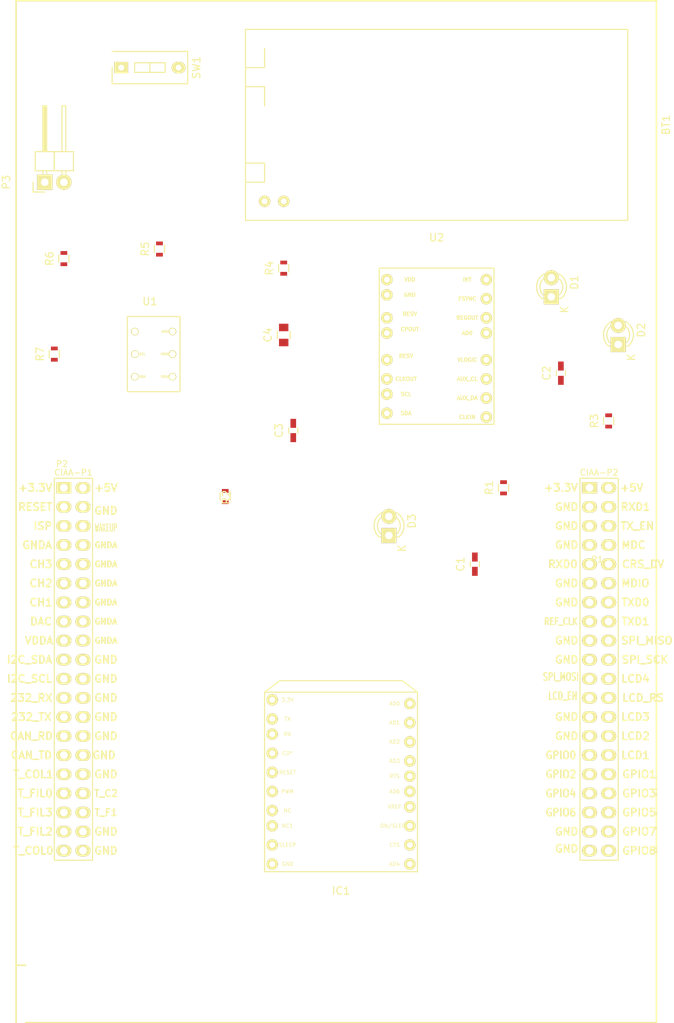
<source format=kicad_pcb>
(kicad_pcb (version 4) (host pcbnew 4.0.2-stable)

  (general
    (links 50)
    (no_connects 50)
    (area 0 0 0 0)
    (thickness 1.6)
    (drawings 5)
    (tracks 0)
    (zones 0)
    (modules 22)
    (nets 107)
  )

  (page A4)
  (layers
    (0 F.Cu signal)
    (31 B.Cu signal)
    (32 B.Adhes user)
    (33 F.Adhes user)
    (34 B.Paste user)
    (35 F.Paste user)
    (36 B.SilkS user)
    (37 F.SilkS user)
    (38 B.Mask user)
    (39 F.Mask user)
    (40 Dwgs.User user)
    (41 Cmts.User user)
    (42 Eco1.User user)
    (43 Eco2.User user)
    (44 Edge.Cuts user)
    (45 Margin user)
    (46 B.CrtYd user)
    (47 F.CrtYd user)
    (48 B.Fab user)
    (49 F.Fab user)
  )

  (setup
    (last_trace_width 0.25)
    (trace_clearance 0.2)
    (zone_clearance 0.508)
    (zone_45_only no)
    (trace_min 0.2)
    (segment_width 0.2)
    (edge_width 0.1)
    (via_size 0.6)
    (via_drill 0.4)
    (via_min_size 0.4)
    (via_min_drill 0.3)
    (uvia_size 0.3)
    (uvia_drill 0.1)
    (uvias_allowed no)
    (uvia_min_size 0.2)
    (uvia_min_drill 0.1)
    (pcb_text_width 0.3)
    (pcb_text_size 1.5 1.5)
    (mod_edge_width 0.15)
    (mod_text_size 1 1)
    (mod_text_width 0.15)
    (pad_size 1.5 1.5)
    (pad_drill 0.6)
    (pad_to_mask_clearance 0)
    (aux_axis_origin 0 0)
    (visible_elements FFFFFF7F)
    (pcbplotparams
      (layerselection 0x00030_80000001)
      (usegerberextensions false)
      (excludeedgelayer true)
      (linewidth 0.100000)
      (plotframeref false)
      (viasonmask false)
      (mode 1)
      (useauxorigin false)
      (hpglpennumber 1)
      (hpglpenspeed 20)
      (hpglpendiameter 15)
      (hpglpenoverlay 2)
      (psnegative false)
      (psa4output false)
      (plotreference true)
      (plotvalue true)
      (plotinvisibletext false)
      (padsonsilk false)
      (subtractmaskfromsilk false)
      (outputformat 1)
      (mirror false)
      (drillshape 1)
      (scaleselection 1)
      (outputdirectory ""))
  )

  (net 0 "")
  (net 1 "Net-(BT1-Pad1)")
  (net 2 GND)
  (net 3 +3V3)
  (net 4 "Net-(C2-Pad1)")
  (net 5 "Net-(C4-Pad2)")
  (net 6 "Net-(D1-Pad2)")
  (net 7 "Net-(D2-Pad2)")
  (net 8 "Net-(D3-Pad2)")
  (net 9 "Net-(IC1-Pad2)")
  (net 10 "Net-(IC1-Pad3)")
  (net 11 "Net-(IC1-Pad4)")
  (net 12 "Net-(IC1-Pad5)")
  (net 13 "Net-(IC1-Pad6)")
  (net 14 "Net-(IC1-Pad7)")
  (net 15 "Net-(IC1-Pad8)")
  (net 16 "Net-(IC1-Pad9)")
  (net 17 "Net-(IC1-Pad12)")
  (net 18 "Net-(IC1-Pad13)")
  (net 19 "Net-(IC1-Pad15)")
  (net 20 "Net-(IC1-Pad16)")
  (net 21 "Net-(IC1-Pad17)")
  (net 22 "Net-(IC1-Pad18)")
  (net 23 "Net-(IC1-Pad19)")
  (net 24 "Net-(IC1-Pad20)")
  (net 25 +5V)
  (net 26 "Net-(P1-Pad43)")
  (net 27 "Net-(P1-Pad44)")
  (net 28 "Net-(P1-Pad45)")
  (net 29 "Net-(P1-Pad46)")
  (net 30 "Net-(P1-Pad47)")
  (net 31 "Net-(P1-Pad48)")
  (net 32 "Net-(P1-Pad49)")
  (net 33 "Net-(P1-Pad50)")
  (net 34 "Net-(P1-Pad51)")
  (net 35 "Net-(P1-Pad52)")
  (net 36 "Net-(P1-Pad53)")
  (net 37 "Net-(P1-Pad54)")
  (net 38 "Net-(P1-Pad55)")
  (net 39 "Net-(P1-Pad56)")
  (net 40 "Net-(P1-Pad57)")
  (net 41 "Net-(P1-Pad58)")
  (net 42 "Net-(P1-Pad59)")
  (net 43 "Net-(P1-Pad60)")
  (net 44 "Net-(P1-Pad61)")
  (net 45 "Net-(P1-Pad62)")
  (net 46 "Net-(P1-Pad63)")
  (net 47 "Net-(P1-Pad64)")
  (net 48 "Net-(P1-Pad65)")
  (net 49 "Net-(P1-Pad66)")
  (net 50 "Net-(P1-Pad67)")
  (net 51 "Net-(P1-Pad68)")
  (net 52 "Net-(P1-Pad69)")
  (net 53 "Net-(P1-Pad70)")
  (net 54 "Net-(P1-Pad71)")
  (net 55 "Net-(P1-Pad72)")
  (net 56 "Net-(P1-Pad73)")
  (net 57 "Net-(P1-Pad74)")
  (net 58 "Net-(P1-Pad75)")
  (net 59 "Net-(P1-Pad77)")
  (net 60 /SENSORES/INT_MPU)
  (net 61 "Net-(P1-Pad79)")
  (net 62 /SENSORES/AD0_MPU)
  (net 63 "Net-(P2-Pad1)")
  (net 64 "Net-(P2-Pad2)")
  (net 65 "Net-(P2-Pad11)")
  (net 66 "Net-(P2-Pad4)")
  (net 67 "Net-(P2-Pad13)")
  (net 68 "Net-(P2-Pad6)")
  (net 69 "Net-(P2-Pad15)")
  (net 70 "Net-(P2-Pad8)")
  (net 71 "Net-(P2-Pad17)")
  (net 72 "Net-(P2-Pad10)")
  (net 73 /SENSORES/SDA_BMP)
  (net 74 "Net-(P2-Pad12)")
  (net 75 /SENSORES/SCL_BMP)
  (net 76 "Net-(P2-Pad14)")
  (net 77 "Net-(P2-Pad16)")
  (net 78 "Net-(P2-Pad18)")
  (net 79 "Net-(P2-Pad27)")
  (net 80 "Net-(P2-Pad20)")
  (net 81 "Net-(P2-Pad29)")
  (net 82 "Net-(P2-Pad22)")
  (net 83 "Net-(P2-Pad31)")
  (net 84 "Net-(P2-Pad24)")
  (net 85 "Net-(P2-Pad26)")
  (net 86 "Net-(P2-Pad33)")
  (net 87 "Net-(P2-Pad28)")
  (net 88 "Net-(P2-Pad32)")
  (net 89 "Net-(P2-Pad34)")
  (net 90 "Net-(P2-Pad36)")
  (net 91 "Net-(P2-Pad35)")
  (net 92 "Net-(P2-Pad37)")
  (net 93 "Net-(P2-Pad3)")
  (net 94 "Net-(P2-Pad5)")
  (net 95 "Net-(P2-Pad7)")
  (net 96 "Net-(P2-Pad9)")
  (net 97 "Net-(P2-Pad39)")
  (net 98 "Net-(P2-Pad30)")
  (net 99 "Net-(P3-Pad1)")
  (net 100 "Net-(U1-Pad2)")
  (net 101 "Net-(U1-Pad5)")
  (net 102 /SENSORES/XDA)
  (net 103 /SENSORES/XCL)
  (net 104 "Net-(U2-Pad11)")
  (net 105 "Net-(U2-Pad13)")
  (net 106 "Net-(U2-Pad14)")

  (net_class Default "Esta es la clase de red por defecto."
    (clearance 0.2)
    (trace_width 0.25)
    (via_dia 0.6)
    (via_drill 0.4)
    (uvia_dia 0.3)
    (uvia_drill 0.1)
    (add_net +3V3)
    (add_net +5V)
    (add_net /SENSORES/AD0_MPU)
    (add_net /SENSORES/INT_MPU)
    (add_net /SENSORES/SCL_BMP)
    (add_net /SENSORES/SDA_BMP)
    (add_net /SENSORES/XCL)
    (add_net /SENSORES/XDA)
    (add_net GND)
    (add_net "Net-(BT1-Pad1)")
    (add_net "Net-(C2-Pad1)")
    (add_net "Net-(C4-Pad2)")
    (add_net "Net-(D1-Pad2)")
    (add_net "Net-(D2-Pad2)")
    (add_net "Net-(D3-Pad2)")
    (add_net "Net-(IC1-Pad12)")
    (add_net "Net-(IC1-Pad13)")
    (add_net "Net-(IC1-Pad15)")
    (add_net "Net-(IC1-Pad16)")
    (add_net "Net-(IC1-Pad17)")
    (add_net "Net-(IC1-Pad18)")
    (add_net "Net-(IC1-Pad19)")
    (add_net "Net-(IC1-Pad2)")
    (add_net "Net-(IC1-Pad20)")
    (add_net "Net-(IC1-Pad3)")
    (add_net "Net-(IC1-Pad4)")
    (add_net "Net-(IC1-Pad5)")
    (add_net "Net-(IC1-Pad6)")
    (add_net "Net-(IC1-Pad7)")
    (add_net "Net-(IC1-Pad8)")
    (add_net "Net-(IC1-Pad9)")
    (add_net "Net-(P1-Pad43)")
    (add_net "Net-(P1-Pad44)")
    (add_net "Net-(P1-Pad45)")
    (add_net "Net-(P1-Pad46)")
    (add_net "Net-(P1-Pad47)")
    (add_net "Net-(P1-Pad48)")
    (add_net "Net-(P1-Pad49)")
    (add_net "Net-(P1-Pad50)")
    (add_net "Net-(P1-Pad51)")
    (add_net "Net-(P1-Pad52)")
    (add_net "Net-(P1-Pad53)")
    (add_net "Net-(P1-Pad54)")
    (add_net "Net-(P1-Pad55)")
    (add_net "Net-(P1-Pad56)")
    (add_net "Net-(P1-Pad57)")
    (add_net "Net-(P1-Pad58)")
    (add_net "Net-(P1-Pad59)")
    (add_net "Net-(P1-Pad60)")
    (add_net "Net-(P1-Pad61)")
    (add_net "Net-(P1-Pad62)")
    (add_net "Net-(P1-Pad63)")
    (add_net "Net-(P1-Pad64)")
    (add_net "Net-(P1-Pad65)")
    (add_net "Net-(P1-Pad66)")
    (add_net "Net-(P1-Pad67)")
    (add_net "Net-(P1-Pad68)")
    (add_net "Net-(P1-Pad69)")
    (add_net "Net-(P1-Pad70)")
    (add_net "Net-(P1-Pad71)")
    (add_net "Net-(P1-Pad72)")
    (add_net "Net-(P1-Pad73)")
    (add_net "Net-(P1-Pad74)")
    (add_net "Net-(P1-Pad75)")
    (add_net "Net-(P1-Pad77)")
    (add_net "Net-(P1-Pad79)")
    (add_net "Net-(P2-Pad1)")
    (add_net "Net-(P2-Pad10)")
    (add_net "Net-(P2-Pad11)")
    (add_net "Net-(P2-Pad12)")
    (add_net "Net-(P2-Pad13)")
    (add_net "Net-(P2-Pad14)")
    (add_net "Net-(P2-Pad15)")
    (add_net "Net-(P2-Pad16)")
    (add_net "Net-(P2-Pad17)")
    (add_net "Net-(P2-Pad18)")
    (add_net "Net-(P2-Pad2)")
    (add_net "Net-(P2-Pad20)")
    (add_net "Net-(P2-Pad22)")
    (add_net "Net-(P2-Pad24)")
    (add_net "Net-(P2-Pad26)")
    (add_net "Net-(P2-Pad27)")
    (add_net "Net-(P2-Pad28)")
    (add_net "Net-(P2-Pad29)")
    (add_net "Net-(P2-Pad3)")
    (add_net "Net-(P2-Pad30)")
    (add_net "Net-(P2-Pad31)")
    (add_net "Net-(P2-Pad32)")
    (add_net "Net-(P2-Pad33)")
    (add_net "Net-(P2-Pad34)")
    (add_net "Net-(P2-Pad35)")
    (add_net "Net-(P2-Pad36)")
    (add_net "Net-(P2-Pad37)")
    (add_net "Net-(P2-Pad39)")
    (add_net "Net-(P2-Pad4)")
    (add_net "Net-(P2-Pad5)")
    (add_net "Net-(P2-Pad6)")
    (add_net "Net-(P2-Pad7)")
    (add_net "Net-(P2-Pad8)")
    (add_net "Net-(P2-Pad9)")
    (add_net "Net-(P3-Pad1)")
    (add_net "Net-(U1-Pad2)")
    (add_net "Net-(U1-Pad5)")
    (add_net "Net-(U2-Pad11)")
    (add_net "Net-(U2-Pad13)")
    (add_net "Net-(U2-Pad14)")
  )

  (module ACEL:bat_con (layer F.Cu) (tedit 57C72CCC) (tstamp 57C78F9A)
    (at 77.47 60.96 90)
    (path /57B9D022)
    (fp_text reference BT1 (at 0 30.48 90) (layer F.SilkS)
      (effects (font (size 1 1) (thickness 0.15)))
    )
    (fp_text value 9V (at 0 -27.94 90) (layer F.Fab)
      (effects (font (size 1 1) (thickness 0.15)))
    )
    (fp_line (start 7.62 -25.4) (end 7.62 -22.86) (layer F.SilkS) (width 0.15))
    (fp_line (start 7.62 -22.86) (end 10.16 -22.86) (layer F.SilkS) (width 0.15))
    (fp_line (start 5.08 -25.4) (end 5.08 -22.86) (layer F.SilkS) (width 0.15))
    (fp_line (start 5.08 -22.86) (end 2.54 -22.86) (layer F.SilkS) (width 0.15))
    (fp_line (start -7.62 -25.4) (end -7.62 -22.86) (layer F.SilkS) (width 0.15))
    (fp_line (start -7.62 -22.86) (end -5.08 -22.86) (layer F.SilkS) (width 0.15))
    (fp_line (start -5.08 -22.86) (end -5.08 -25.4) (layer F.SilkS) (width 0.15))
    (fp_line (start -12.7 -25.4) (end 12.7 -25.4) (layer F.SilkS) (width 0.15))
    (fp_line (start 12.7 -25.4) (end 12.7 25.4) (layer F.SilkS) (width 0.15))
    (fp_line (start 12.7 25.4) (end -12.7 25.4) (layer F.SilkS) (width 0.15))
    (fp_line (start -12.7 25.4) (end -12.7 -25.4) (layer F.SilkS) (width 0.15))
    (pad 1 thru_hole circle (at -10.16 -22.86 90) (size 1.524 1.524) (drill 0.762) (layers *.Cu *.Mask F.SilkS)
      (net 1 "Net-(BT1-Pad1)"))
    (pad 2 thru_hole circle (at -10.16 -20.32 90) (size 1.524 1.524) (drill 0.762) (layers *.Cu *.Mask F.SilkS)
      (net 2 GND))
  )

  (module c:C_0603_HandSoldering (layer F.Cu) (tedit 541A9B4D) (tstamp 57C78FA0)
    (at 82.55 119.38 90)
    (descr "Capacitor SMD 0603, hand soldering")
    (tags "capacitor 0603")
    (path /5782C6E4/5785D4F4)
    (attr smd)
    (fp_text reference C1 (at 0 -1.9 90) (layer F.SilkS)
      (effects (font (size 1 1) (thickness 0.15)))
    )
    (fp_text value 0.1uf (at 0 1.9 90) (layer F.Fab)
      (effects (font (size 1 1) (thickness 0.15)))
    )
    (fp_line (start -1.85 -0.75) (end 1.85 -0.75) (layer F.CrtYd) (width 0.05))
    (fp_line (start -1.85 0.75) (end 1.85 0.75) (layer F.CrtYd) (width 0.05))
    (fp_line (start -1.85 -0.75) (end -1.85 0.75) (layer F.CrtYd) (width 0.05))
    (fp_line (start 1.85 -0.75) (end 1.85 0.75) (layer F.CrtYd) (width 0.05))
    (fp_line (start -0.35 -0.6) (end 0.35 -0.6) (layer F.SilkS) (width 0.15))
    (fp_line (start 0.35 0.6) (end -0.35 0.6) (layer F.SilkS) (width 0.15))
    (pad 1 smd rect (at -0.95 0 90) (size 1.2 0.75) (layers F.Cu F.Paste F.Mask)
      (net 3 +3V3))
    (pad 2 smd rect (at 0.95 0 90) (size 1.2 0.75) (layers F.Cu F.Paste F.Mask)
      (net 2 GND))
    (model Capacitors_SMD.3dshapes/C_0603_HandSoldering.wrl
      (at (xyz 0 0 0))
      (scale (xyz 1 1 1))
      (rotate (xyz 0 0 0))
    )
  )

  (module c:C_0603_HandSoldering (layer F.Cu) (tedit 541A9B4D) (tstamp 57C78FA6)
    (at 93.98 93.98 90)
    (descr "Capacitor SMD 0603, hand soldering")
    (tags "capacitor 0603")
    (path /5782C6E4/5785DAC0)
    (attr smd)
    (fp_text reference C2 (at 0 -1.9 90) (layer F.SilkS)
      (effects (font (size 1 1) (thickness 0.15)))
    )
    (fp_text value 0.1uf (at 0 1.9 90) (layer F.Fab)
      (effects (font (size 1 1) (thickness 0.15)))
    )
    (fp_line (start -1.85 -0.75) (end 1.85 -0.75) (layer F.CrtYd) (width 0.05))
    (fp_line (start -1.85 0.75) (end 1.85 0.75) (layer F.CrtYd) (width 0.05))
    (fp_line (start -1.85 -0.75) (end -1.85 0.75) (layer F.CrtYd) (width 0.05))
    (fp_line (start 1.85 -0.75) (end 1.85 0.75) (layer F.CrtYd) (width 0.05))
    (fp_line (start -0.35 -0.6) (end 0.35 -0.6) (layer F.SilkS) (width 0.15))
    (fp_line (start 0.35 0.6) (end -0.35 0.6) (layer F.SilkS) (width 0.15))
    (pad 1 smd rect (at -0.95 0 90) (size 1.2 0.75) (layers F.Cu F.Paste F.Mask)
      (net 4 "Net-(C2-Pad1)"))
    (pad 2 smd rect (at 0.95 0 90) (size 1.2 0.75) (layers F.Cu F.Paste F.Mask)
      (net 2 GND))
    (model Capacitors_SMD.3dshapes/C_0603_HandSoldering.wrl
      (at (xyz 0 0 0))
      (scale (xyz 1 1 1))
      (rotate (xyz 0 0 0))
    )
  )

  (module c:C_0603_HandSoldering (layer F.Cu) (tedit 541A9B4D) (tstamp 57C78FAC)
    (at 58.42 101.6 90)
    (descr "Capacitor SMD 0603, hand soldering")
    (tags "capacitor 0603")
    (path /5782C6E4/5785A6FF)
    (attr smd)
    (fp_text reference C3 (at 0 -1.9 90) (layer F.SilkS)
      (effects (font (size 1 1) (thickness 0.15)))
    )
    (fp_text value 0.1uf (at 0 1.9 90) (layer F.Fab)
      (effects (font (size 1 1) (thickness 0.15)))
    )
    (fp_line (start -1.85 -0.75) (end 1.85 -0.75) (layer F.CrtYd) (width 0.05))
    (fp_line (start -1.85 0.75) (end 1.85 0.75) (layer F.CrtYd) (width 0.05))
    (fp_line (start -1.85 -0.75) (end -1.85 0.75) (layer F.CrtYd) (width 0.05))
    (fp_line (start 1.85 -0.75) (end 1.85 0.75) (layer F.CrtYd) (width 0.05))
    (fp_line (start -0.35 -0.6) (end 0.35 -0.6) (layer F.SilkS) (width 0.15))
    (fp_line (start 0.35 0.6) (end -0.35 0.6) (layer F.SilkS) (width 0.15))
    (pad 1 smd rect (at -0.95 0 90) (size 1.2 0.75) (layers F.Cu F.Paste F.Mask)
      (net 3 +3V3))
    (pad 2 smd rect (at 0.95 0 90) (size 1.2 0.75) (layers F.Cu F.Paste F.Mask)
      (net 2 GND))
    (model Capacitors_SMD.3dshapes/C_0603_HandSoldering.wrl
      (at (xyz 0 0 0))
      (scale (xyz 1 1 1))
      (rotate (xyz 0 0 0))
    )
  )

  (module c:C_0805 (layer F.Cu) (tedit 5415D6EA) (tstamp 57C78FB2)
    (at 57.15 88.9 90)
    (descr "Capacitor SMD 0805, reflow soldering, AVX (see smccp.pdf)")
    (tags "capacitor 0805")
    (path /5782C6E4/5785A4E5)
    (attr smd)
    (fp_text reference C4 (at 0 -2.1 90) (layer F.SilkS)
      (effects (font (size 1 1) (thickness 0.15)))
    )
    (fp_text value 2200PF (at 0 2.1 90) (layer F.Fab)
      (effects (font (size 1 1) (thickness 0.15)))
    )
    (fp_line (start -1.8 -1) (end 1.8 -1) (layer F.CrtYd) (width 0.05))
    (fp_line (start -1.8 1) (end 1.8 1) (layer F.CrtYd) (width 0.05))
    (fp_line (start -1.8 -1) (end -1.8 1) (layer F.CrtYd) (width 0.05))
    (fp_line (start 1.8 -1) (end 1.8 1) (layer F.CrtYd) (width 0.05))
    (fp_line (start 0.5 -0.85) (end -0.5 -0.85) (layer F.SilkS) (width 0.15))
    (fp_line (start -0.5 0.85) (end 0.5 0.85) (layer F.SilkS) (width 0.15))
    (pad 1 smd rect (at -1 0 90) (size 1 1.25) (layers F.Cu F.Paste F.Mask)
      (net 2 GND))
    (pad 2 smd rect (at 1 0 90) (size 1 1.25) (layers F.Cu F.Paste F.Mask)
      (net 5 "Net-(C4-Pad2)"))
    (model Capacitors_SMD.3dshapes/C_0805.wrl
      (at (xyz 0 0 0))
      (scale (xyz 1 1 1))
      (rotate (xyz 0 0 0))
    )
  )

  (module led:LED-3MM (layer F.Cu) (tedit 559B82F6) (tstamp 57C78FB8)
    (at 92.71 83.82 90)
    (descr "LED 3mm round vertical")
    (tags "LED  3mm round vertical")
    (path /5793F681)
    (fp_text reference D1 (at 1.91 3.06 90) (layer F.SilkS)
      (effects (font (size 1 1) (thickness 0.15)))
    )
    (fp_text value LED (at 1.3 -2.9 90) (layer F.Fab)
      (effects (font (size 1 1) (thickness 0.15)))
    )
    (fp_line (start -1.2 2.3) (end 3.8 2.3) (layer F.CrtYd) (width 0.05))
    (fp_line (start 3.8 2.3) (end 3.8 -2.2) (layer F.CrtYd) (width 0.05))
    (fp_line (start 3.8 -2.2) (end -1.2 -2.2) (layer F.CrtYd) (width 0.05))
    (fp_line (start -1.2 -2.2) (end -1.2 2.3) (layer F.CrtYd) (width 0.05))
    (fp_line (start -0.199 1.314) (end -0.199 1.114) (layer F.SilkS) (width 0.15))
    (fp_line (start -0.199 -1.28) (end -0.199 -1.1) (layer F.SilkS) (width 0.15))
    (fp_arc (start 1.301 0.034) (end -0.199 -1.286) (angle 108.5) (layer F.SilkS) (width 0.15))
    (fp_arc (start 1.301 0.034) (end 0.25 -1.1) (angle 85.7) (layer F.SilkS) (width 0.15))
    (fp_arc (start 1.311 0.034) (end 3.051 0.994) (angle 110) (layer F.SilkS) (width 0.15))
    (fp_arc (start 1.301 0.034) (end 2.335 1.094) (angle 87.5) (layer F.SilkS) (width 0.15))
    (fp_text user K (at -1.69 1.74 90) (layer F.SilkS)
      (effects (font (size 1 1) (thickness 0.15)))
    )
    (pad 1 thru_hole rect (at 0 0 180) (size 2 2) (drill 1.00076) (layers *.Cu *.Mask F.SilkS)
      (net 2 GND))
    (pad 2 thru_hole circle (at 2.54 0 90) (size 2 2) (drill 1.00076) (layers *.Cu *.Mask F.SilkS)
      (net 6 "Net-(D1-Pad2)"))
    (model LEDs.3dshapes/LED-3MM.wrl
      (at (xyz 0.05 0 0))
      (scale (xyz 1 1 1))
      (rotate (xyz 0 0 90))
    )
  )

  (module led:LED-3MM (layer F.Cu) (tedit 559B82F6) (tstamp 57C78FBE)
    (at 101.6 90.17 90)
    (descr "LED 3mm round vertical")
    (tags "LED  3mm round vertical")
    (path /5793F6D4)
    (fp_text reference D2 (at 1.91 3.06 90) (layer F.SilkS)
      (effects (font (size 1 1) (thickness 0.15)))
    )
    (fp_text value LED (at 1.3 -2.9 90) (layer F.Fab)
      (effects (font (size 1 1) (thickness 0.15)))
    )
    (fp_line (start -1.2 2.3) (end 3.8 2.3) (layer F.CrtYd) (width 0.05))
    (fp_line (start 3.8 2.3) (end 3.8 -2.2) (layer F.CrtYd) (width 0.05))
    (fp_line (start 3.8 -2.2) (end -1.2 -2.2) (layer F.CrtYd) (width 0.05))
    (fp_line (start -1.2 -2.2) (end -1.2 2.3) (layer F.CrtYd) (width 0.05))
    (fp_line (start -0.199 1.314) (end -0.199 1.114) (layer F.SilkS) (width 0.15))
    (fp_line (start -0.199 -1.28) (end -0.199 -1.1) (layer F.SilkS) (width 0.15))
    (fp_arc (start 1.301 0.034) (end -0.199 -1.286) (angle 108.5) (layer F.SilkS) (width 0.15))
    (fp_arc (start 1.301 0.034) (end 0.25 -1.1) (angle 85.7) (layer F.SilkS) (width 0.15))
    (fp_arc (start 1.311 0.034) (end 3.051 0.994) (angle 110) (layer F.SilkS) (width 0.15))
    (fp_arc (start 1.301 0.034) (end 2.335 1.094) (angle 87.5) (layer F.SilkS) (width 0.15))
    (fp_text user K (at -1.69 1.74 90) (layer F.SilkS)
      (effects (font (size 1 1) (thickness 0.15)))
    )
    (pad 1 thru_hole rect (at 0 0 180) (size 2 2) (drill 1.00076) (layers *.Cu *.Mask F.SilkS)
      (net 2 GND))
    (pad 2 thru_hole circle (at 2.54 0 90) (size 2 2) (drill 1.00076) (layers *.Cu *.Mask F.SilkS)
      (net 7 "Net-(D2-Pad2)"))
    (model LEDs.3dshapes/LED-3MM.wrl
      (at (xyz 0.05 0 0))
      (scale (xyz 1 1 1))
      (rotate (xyz 0 0 90))
    )
  )

  (module led:LED-3MM (layer F.Cu) (tedit 559B82F6) (tstamp 57C78FC4)
    (at 71.12 115.57 90)
    (descr "LED 3mm round vertical")
    (tags "LED  3mm round vertical")
    (path /5794148B)
    (fp_text reference D3 (at 1.91 3.06 90) (layer F.SilkS)
      (effects (font (size 1 1) (thickness 0.15)))
    )
    (fp_text value LED (at 1.3 -2.9 90) (layer F.Fab)
      (effects (font (size 1 1) (thickness 0.15)))
    )
    (fp_line (start -1.2 2.3) (end 3.8 2.3) (layer F.CrtYd) (width 0.05))
    (fp_line (start 3.8 2.3) (end 3.8 -2.2) (layer F.CrtYd) (width 0.05))
    (fp_line (start 3.8 -2.2) (end -1.2 -2.2) (layer F.CrtYd) (width 0.05))
    (fp_line (start -1.2 -2.2) (end -1.2 2.3) (layer F.CrtYd) (width 0.05))
    (fp_line (start -0.199 1.314) (end -0.199 1.114) (layer F.SilkS) (width 0.15))
    (fp_line (start -0.199 -1.28) (end -0.199 -1.1) (layer F.SilkS) (width 0.15))
    (fp_arc (start 1.301 0.034) (end -0.199 -1.286) (angle 108.5) (layer F.SilkS) (width 0.15))
    (fp_arc (start 1.301 0.034) (end 0.25 -1.1) (angle 85.7) (layer F.SilkS) (width 0.15))
    (fp_arc (start 1.311 0.034) (end 3.051 0.994) (angle 110) (layer F.SilkS) (width 0.15))
    (fp_arc (start 1.301 0.034) (end 2.335 1.094) (angle 87.5) (layer F.SilkS) (width 0.15))
    (fp_text user K (at -1.69 1.74 90) (layer F.SilkS)
      (effects (font (size 1 1) (thickness 0.15)))
    )
    (pad 1 thru_hole rect (at 0 0 180) (size 2 2) (drill 1.00076) (layers *.Cu *.Mask F.SilkS)
      (net 2 GND))
    (pad 2 thru_hole circle (at 2.54 0 90) (size 2 2) (drill 1.00076) (layers *.Cu *.Mask F.SilkS)
      (net 8 "Net-(D3-Pad2)"))
    (model LEDs.3dshapes/LED-3MM.wrl
      (at (xyz 0.05 0 0))
      (scale (xyz 1 1 1))
      (rotate (xyz 0 0 90))
    )
  )

  (module ACEL:XBEEPRO (layer F.Cu) (tedit 57C6FF24) (tstamp 57C78FDC)
    (at 64.77 148.59)
    (path /578C1252)
    (fp_text reference IC1 (at 0 14.224) (layer F.SilkS)
      (effects (font (size 1 1) (thickness 0.15)))
    )
    (fp_text value XBEE (at 0 -14.732) (layer F.Fab)
      (effects (font (size 1 1) (thickness 0.15)))
    )
    (fp_text user AD0 (at 7.112 -10.668) (layer F.SilkS)
      (effects (font (size 0.5 0.5) (thickness 0.075)))
    )
    (fp_text user AD1 (at 7.112 -8.128) (layer F.SilkS)
      (effects (font (size 0.5 0.5) (thickness 0.075)))
    )
    (fp_text user AD2 (at 7.112 -5.588) (layer F.SilkS)
      (effects (font (size 0.5 0.5) (thickness 0.075)))
    )
    (fp_text user AD3 (at 7.112 -3.048) (layer F.SilkS)
      (effects (font (size 0.5 0.5) (thickness 0.075)))
    )
    (fp_text user RTS (at 7.112 -1.016) (layer F.SilkS)
      (effects (font (size 0.5 0.5) (thickness 0.075)))
    )
    (fp_text user AD6 (at 7.112 1.016) (layer F.SilkS)
      (effects (font (size 0.5 0.5) (thickness 0.075)))
    )
    (fp_text user VREF (at 7.112 3.048) (layer F.SilkS)
      (effects (font (size 0.5 0.5) (thickness 0.075)))
    )
    (fp_text user ON/SLEEP (at 7.112 5.588) (layer F.SilkS)
      (effects (font (size 0.5 0.5) (thickness 0.075)))
    )
    (fp_text user CTS (at 7.112 8.128) (layer F.SilkS)
      (effects (font (size 0.5 0.5) (thickness 0.075)))
    )
    (fp_text user AD4 (at 7.112 10.668) (layer F.SilkS)
      (effects (font (size 0.5 0.5) (thickness 0.075)))
    )
    (fp_text user GND (at -7.112 10.668) (layer F.SilkS)
      (effects (font (size 0.5 0.5) (thickness 0.075)))
    )
    (fp_text user SLEEP (at -7.112 8.128) (layer F.SilkS)
      (effects (font (size 0.5 0.5) (thickness 0.075)))
    )
    (fp_text user NC1 (at -7.112 5.588) (layer F.SilkS)
      (effects (font (size 0.5 0.5) (thickness 0.075)))
    )
    (fp_text user NC (at -7.112 3.556) (layer F.SilkS)
      (effects (font (size 0.5 0.5) (thickness 0.075)))
    )
    (fp_text user PWM (at -7.112 1.016) (layer F.SilkS)
      (effects (font (size 0.5 0.5) (thickness 0.075)))
    )
    (fp_text user RESET (at -7.112 -1.524) (layer F.SilkS)
      (effects (font (size 0.5 0.5) (thickness 0.075)))
    )
    (fp_text user CD* (at -7.112 -4.064) (layer F.SilkS)
      (effects (font (size 0.5 0.5) (thickness 0.075)))
    )
    (fp_text user RX (at -7.112 -6.604) (layer F.SilkS)
      (effects (font (size 0.5 0.5) (thickness 0.075)))
    )
    (fp_text user TX (at -7.112 -8.636) (layer F.SilkS)
      (effects (font (size 0.5 0.5) (thickness 0.075)))
    )
    (fp_text user 3,3V (at -7.112 -11.176) (layer F.SilkS)
      (effects (font (size 0.5 0.5) (thickness 0.075)))
    )
    (fp_line (start -10.16 -12.192) (end -8.128 -13.716) (layer F.SilkS) (width 0.15))
    (fp_line (start -8.128 -13.716) (end 8.128 -13.716) (layer F.SilkS) (width 0.15))
    (fp_line (start 8.128 -13.716) (end 10.16 -12.192) (layer F.SilkS) (width 0.15))
    (fp_line (start -10.16 11.684) (end 10.16 11.684) (layer F.SilkS) (width 0.15))
    (fp_line (start 10.16 11.684) (end 10.16 -12.192) (layer F.SilkS) (width 0.15))
    (fp_line (start 10.16 -12.192) (end -10.16 -12.192) (layer F.SilkS) (width 0.15))
    (fp_line (start -10.16 -12.192) (end -10.16 11.684) (layer F.SilkS) (width 0.15))
    (pad 1 thru_hole circle (at -9.144 -11.176) (size 1.524 1.524) (drill 0.762) (layers *.Cu *.Mask F.SilkS)
      (net 3 +3V3))
    (pad 2 thru_hole circle (at -9.144 -8.636) (size 1.524 1.524) (drill 0.762) (layers *.Cu *.Mask F.SilkS)
      (net 9 "Net-(IC1-Pad2)"))
    (pad 3 thru_hole circle (at -9.144 -6.604) (size 1.524 1.524) (drill 0.762) (layers *.Cu *.Mask F.SilkS)
      (net 10 "Net-(IC1-Pad3)"))
    (pad 4 thru_hole circle (at -9.144 -4.064) (size 1.524 1.524) (drill 0.762) (layers *.Cu *.Mask F.SilkS)
      (net 11 "Net-(IC1-Pad4)"))
    (pad 5 thru_hole circle (at -9.144 -1.524) (size 1.524 1.524) (drill 0.762) (layers *.Cu *.Mask F.SilkS)
      (net 12 "Net-(IC1-Pad5)"))
    (pad 6 thru_hole circle (at -9.144 1.016) (size 1.524 1.524) (drill 0.762) (layers *.Cu *.Mask F.SilkS)
      (net 13 "Net-(IC1-Pad6)"))
    (pad 7 thru_hole circle (at -9.144 3.556) (size 1.524 1.524) (drill 0.762) (layers *.Cu *.Mask F.SilkS)
      (net 14 "Net-(IC1-Pad7)"))
    (pad 8 thru_hole circle (at -9.144 5.588) (size 1.524 1.524) (drill 0.762) (layers *.Cu *.Mask F.SilkS)
      (net 15 "Net-(IC1-Pad8)"))
    (pad 9 thru_hole circle (at -9.144 8.128) (size 1.524 1.524) (drill 0.762) (layers *.Cu *.Mask F.SilkS)
      (net 16 "Net-(IC1-Pad9)"))
    (pad 10 thru_hole circle (at -9.144 10.668) (size 1.524 1.524) (drill 0.762) (layers *.Cu *.Mask F.SilkS)
      (net 2 GND))
    (pad 11 thru_hole circle (at 9.144 10.668) (size 1.524 1.524) (drill 0.762) (layers *.Cu *.Mask F.SilkS)
      (net 8 "Net-(D3-Pad2)"))
    (pad 12 thru_hole circle (at 9.144 8.128) (size 1.524 1.524) (drill 0.762) (layers *.Cu *.Mask F.SilkS)
      (net 17 "Net-(IC1-Pad12)"))
    (pad 13 thru_hole circle (at 9.144 5.588) (size 1.524 1.524) (drill 0.762) (layers *.Cu *.Mask F.SilkS)
      (net 18 "Net-(IC1-Pad13)"))
    (pad 14 thru_hole circle (at 9.144 3.048) (size 1.524 1.524) (drill 0.762) (layers *.Cu *.Mask F.SilkS)
      (net 3 +3V3))
    (pad 15 thru_hole circle (at 9.144 1.016) (size 1.524 1.524) (drill 0.762) (layers *.Cu *.Mask F.SilkS)
      (net 19 "Net-(IC1-Pad15)"))
    (pad 16 thru_hole circle (at 9.144 -1.016) (size 1.524 1.524) (drill 0.762) (layers *.Cu *.Mask F.SilkS)
      (net 20 "Net-(IC1-Pad16)"))
    (pad 17 thru_hole circle (at 9.144 -3.048) (size 1.524 1.524) (drill 0.762) (layers *.Cu *.Mask F.SilkS)
      (net 21 "Net-(IC1-Pad17)"))
    (pad 18 thru_hole circle (at 9.144 -5.588) (size 1.524 1.524) (drill 0.762) (layers *.Cu *.Mask F.SilkS)
      (net 22 "Net-(IC1-Pad18)"))
    (pad 19 thru_hole circle (at 9.144 -8.128) (size 1.524 1.524) (drill 0.762) (layers *.Cu *.Mask F.SilkS)
      (net 23 "Net-(IC1-Pad19)"))
    (pad 20 thru_hole circle (at 9.144 -10.668) (size 1.524 1.524) (drill 0.762) (layers *.Cu *.Mask F.SilkS)
      (net 24 "Net-(IC1-Pad20)"))
  )

  (module ACEL:Poncho_p1b (layer F.Cu) (tedit 560F0DC0) (tstamp 57C79008)
    (at 100.33 110.49)
    (tags "CONN Poncho")
    (path /578B7E25)
    (fp_text reference P1 (at -1.524 8.255) (layer F.SilkS)
      (effects (font (size 0.8 0.8) (thickness 0.12)))
    )
    (fp_text value Conector_Poncho_derecho (at -1.905 49.911) (layer F.SilkS) hide
      (effects (font (size 1.016 1.016) (thickness 0.2032)))
    )
    (fp_text user GPIO8 (at 4.064 46.99) (layer F.SilkS)
      (effects (font (size 1 1) (thickness 0.2)))
    )
    (fp_text user GPIO7 (at 4.064 44.45) (layer F.SilkS)
      (effects (font (size 1 1) (thickness 0.2)))
    )
    (fp_text user GPIO5 (at 4.064 41.91) (layer F.SilkS)
      (effects (font (size 1 1) (thickness 0.2)))
    )
    (fp_text user GPIO3 (at 4.064 39.37) (layer F.SilkS)
      (effects (font (size 1 1) (thickness 0.2)))
    )
    (fp_text user GPIO1 (at 4.064 36.83) (layer F.SilkS)
      (effects (font (size 1 1) (thickness 0.2)))
    )
    (fp_text user LCD1 (at 3.556 34.29) (layer F.SilkS)
      (effects (font (size 1 1) (thickness 0.2)))
    )
    (fp_text user LCD2 (at 3.556 31.75) (layer F.SilkS)
      (effects (font (size 1 1) (thickness 0.2)))
    )
    (fp_text user LCD3 (at 3.556 29.21) (layer F.SilkS)
      (effects (font (size 1 1) (thickness 0.2)))
    )
    (fp_text user LCD_RS (at 4.572 26.67) (layer F.SilkS)
      (effects (font (size 1 1) (thickness 0.2)))
    )
    (fp_text user LCD4 (at 3.556 24.13) (layer F.SilkS)
      (effects (font (size 1 1) (thickness 0.2)))
    )
    (fp_text user SPI_SCK (at 4.826 21.59) (layer F.SilkS)
      (effects (font (size 1 1) (thickness 0.2)))
    )
    (fp_text user SPI_MISO (at 5.08 19.05) (layer F.SilkS)
      (effects (font (size 1 1) (thickness 0.2)))
    )
    (fp_text user TXD1 (at 3.556 16.51) (layer F.SilkS)
      (effects (font (size 1 1) (thickness 0.2)))
    )
    (fp_text user TXD0 (at 3.556 13.97) (layer F.SilkS)
      (effects (font (size 1 1) (thickness 0.2)))
    )
    (fp_text user MDIO (at 3.556 11.43) (layer F.SilkS)
      (effects (font (size 1 1) (thickness 0.2)))
    )
    (fp_text user CRS_DV (at 4.572 8.89) (layer F.SilkS)
      (effects (font (size 1 1) (thickness 0.2)))
    )
    (fp_text user MDC (at 3.302 6.35) (layer F.SilkS)
      (effects (font (size 1 1) (thickness 0.2)))
    )
    (fp_text user TX_EN (at 3.81 3.81) (layer F.SilkS)
      (effects (font (size 1 1) (thickness 0.2)))
    )
    (fp_text user RXD1 (at 3.556 1.27) (layer F.SilkS)
      (effects (font (size 1 1) (thickness 0.2)))
    )
    (fp_text user +5V (at 3.048 -1.27) (layer F.SilkS)
      (effects (font (size 1 1) (thickness 0.2)))
    )
    (fp_text user GND (at -5.588 46.736) (layer F.SilkS)
      (effects (font (size 1 1) (thickness 0.2)))
    )
    (fp_text user GND (at -5.588 44.45) (layer F.SilkS)
      (effects (font (size 1 1) (thickness 0.2)))
    )
    (fp_text user GPIO6 (at -6.35 41.91) (layer F.SilkS)
      (effects (font (size 1 0.9) (thickness 0.2)))
    )
    (fp_text user GPIO4 (at -6.35 39.37) (layer F.SilkS)
      (effects (font (size 1 0.9) (thickness 0.2)))
    )
    (fp_text user GPIO2 (at -6.35 36.83) (layer F.SilkS)
      (effects (font (size 1 0.9) (thickness 0.2)))
    )
    (fp_text user GPIO0 (at -6.35 34.29) (layer F.SilkS)
      (effects (font (size 1 0.9) (thickness 0.2)))
    )
    (fp_text user GND (at -5.588 31.75) (layer F.SilkS)
      (effects (font (size 1 1) (thickness 0.2)))
    )
    (fp_text user GND (at -5.588 29.21) (layer F.SilkS)
      (effects (font (size 1 1) (thickness 0.2)))
    )
    (fp_text user LCD_EN (at -6.096 26.416) (layer F.SilkS)
      (effects (font (size 1 0.7) (thickness 0.17)))
    )
    (fp_text user SPI_MOSI (at -6.35 23.876) (layer F.SilkS)
      (effects (font (size 1 0.7) (thickness 0.17)))
    )
    (fp_text user GND (at -5.588 21.59) (layer F.SilkS)
      (effects (font (size 1 1) (thickness 0.2)))
    )
    (fp_text user GND (at -5.588 19.05) (layer F.SilkS)
      (effects (font (size 1 1) (thickness 0.2)))
    )
    (fp_text user REF_CLK (at -6.35 16.51) (layer F.SilkS)
      (effects (font (size 0.9 0.7) (thickness 0.175)))
    )
    (fp_text user GND (at -5.588 13.97) (layer F.SilkS)
      (effects (font (size 1 1) (thickness 0.2)))
    )
    (fp_text user GND (at -5.588 11.43) (layer F.SilkS)
      (effects (font (size 1 1) (thickness 0.2)))
    )
    (fp_text user GND (at -5.588 6.35) (layer F.SilkS)
      (effects (font (size 1 1) (thickness 0.2)))
    )
    (fp_text user RXD0 (at -6.096 8.89) (layer F.SilkS)
      (effects (font (size 1 1) (thickness 0.2)))
    )
    (fp_text user GND (at -5.588 3.81) (layer F.SilkS)
      (effects (font (size 1 1) (thickness 0.2)))
    )
    (fp_text user GND (at -5.588 1.27) (layer F.SilkS)
      (effects (font (size 1 1) (thickness 0.2)))
    )
    (fp_text user +3.3V (at -6.35 -1.27) (layer F.SilkS)
      (effects (font (size 1 1) (thickness 0.2)))
    )
    (fp_text user CIAA-P2 (at -1.27 -3.302) (layer F.SilkS)
      (effects (font (size 0.8 0.8) (thickness 0.12)))
    )
    (fp_line (start -3.81 -1.27) (end -3.81 -2.54) (layer F.SilkS) (width 0.15))
    (fp_line (start -3.81 -2.54) (end 1.27 -2.54) (layer F.SilkS) (width 0.15))
    (fp_line (start 1.27 -2.54) (end 1.27 48.26) (layer F.SilkS) (width 0.15))
    (fp_line (start 1.27 48.26) (end -3.81 48.26) (layer F.SilkS) (width 0.15))
    (fp_line (start -3.81 48.26) (end -3.81 -1.27) (layer F.SilkS) (width 0.15))
    (pad 41 thru_hole rect (at -2.54 -1.27 270) (size 1.524 2) (drill 1.016) (layers *.Cu *.Mask F.SilkS)
      (net 3 +3V3))
    (pad 42 thru_hole oval (at 0 -1.27 270) (size 1.524 2) (drill 1.016) (layers *.Cu *.Mask F.SilkS)
      (net 25 +5V))
    (pad 43 thru_hole oval (at -2.54 1.27 270) (size 1.524 2) (drill 1.016) (layers *.Cu *.Mask F.SilkS)
      (net 26 "Net-(P1-Pad43)"))
    (pad 44 thru_hole oval (at 0 1.27 270) (size 1.524 2) (drill 1.016) (layers *.Cu *.Mask F.SilkS)
      (net 27 "Net-(P1-Pad44)"))
    (pad 45 thru_hole oval (at -2.54 3.81 270) (size 1.524 2) (drill 1.016) (layers *.Cu *.Mask F.SilkS)
      (net 28 "Net-(P1-Pad45)"))
    (pad 46 thru_hole oval (at 0 3.81 270) (size 1.524 2) (drill 1.016) (layers *.Cu *.Mask F.SilkS)
      (net 29 "Net-(P1-Pad46)"))
    (pad 47 thru_hole oval (at -2.54 6.35 270) (size 1.524 2) (drill 1.016) (layers *.Cu *.Mask F.SilkS)
      (net 30 "Net-(P1-Pad47)"))
    (pad 48 thru_hole oval (at 0 6.35 270) (size 1.524 2) (drill 1.016) (layers *.Cu *.Mask F.SilkS)
      (net 31 "Net-(P1-Pad48)"))
    (pad 49 thru_hole oval (at -2.54 8.89 270) (size 1.524 2) (drill 1.016) (layers *.Cu *.Mask F.SilkS)
      (net 32 "Net-(P1-Pad49)"))
    (pad 50 thru_hole oval (at 0 8.89 270) (size 1.524 2) (drill 1.016) (layers *.Cu *.Mask F.SilkS)
      (net 33 "Net-(P1-Pad50)"))
    (pad 51 thru_hole oval (at -2.54 11.43 270) (size 1.524 2) (drill 1.016) (layers *.Cu *.Mask F.SilkS)
      (net 34 "Net-(P1-Pad51)"))
    (pad 52 thru_hole oval (at 0 11.43 270) (size 1.524 2) (drill 1.016) (layers *.Cu *.Mask F.SilkS)
      (net 35 "Net-(P1-Pad52)"))
    (pad 53 thru_hole oval (at -2.54 13.97 270) (size 1.524 2) (drill 1.016) (layers *.Cu *.Mask F.SilkS)
      (net 36 "Net-(P1-Pad53)"))
    (pad 54 thru_hole oval (at 0 13.97 270) (size 1.524 2) (drill 1.016) (layers *.Cu *.Mask F.SilkS)
      (net 37 "Net-(P1-Pad54)"))
    (pad 55 thru_hole oval (at -2.54 16.51 270) (size 1.524 2) (drill 1.016) (layers *.Cu *.Mask F.SilkS)
      (net 38 "Net-(P1-Pad55)"))
    (pad 56 thru_hole oval (at 0 16.51 270) (size 1.524 2) (drill 1.016) (layers *.Cu *.Mask F.SilkS)
      (net 39 "Net-(P1-Pad56)"))
    (pad 57 thru_hole oval (at -2.54 19.05 270) (size 1.524 2) (drill 1.016) (layers *.Cu *.Mask F.SilkS)
      (net 40 "Net-(P1-Pad57)"))
    (pad 58 thru_hole oval (at 0 19.05 270) (size 1.524 2) (drill 1.016) (layers *.Cu *.Mask F.SilkS)
      (net 41 "Net-(P1-Pad58)"))
    (pad 59 thru_hole oval (at -2.54 21.59 270) (size 1.524 2) (drill 1.016) (layers *.Cu *.Mask F.SilkS)
      (net 42 "Net-(P1-Pad59)"))
    (pad 60 thru_hole oval (at 0 21.59 270) (size 1.524 2) (drill 1.016) (layers *.Cu *.Mask F.SilkS)
      (net 43 "Net-(P1-Pad60)"))
    (pad 61 thru_hole oval (at -2.54 24.13 270) (size 1.524 2) (drill 1.016) (layers *.Cu *.Mask F.SilkS)
      (net 44 "Net-(P1-Pad61)"))
    (pad 62 thru_hole oval (at 0 24.13 270) (size 1.524 2) (drill 1.016) (layers *.Cu *.Mask F.SilkS)
      (net 45 "Net-(P1-Pad62)"))
    (pad 63 thru_hole oval (at -2.54 26.67 270) (size 1.524 2) (drill 1.016) (layers *.Cu *.Mask F.SilkS)
      (net 46 "Net-(P1-Pad63)"))
    (pad 64 thru_hole oval (at 0 26.67 270) (size 1.524 2) (drill 1.016) (layers *.Cu *.Mask F.SilkS)
      (net 47 "Net-(P1-Pad64)"))
    (pad 65 thru_hole oval (at -2.54 29.21 270) (size 1.524 2) (drill 1.016) (layers *.Cu *.Mask F.SilkS)
      (net 48 "Net-(P1-Pad65)"))
    (pad 66 thru_hole oval (at 0 29.21 270) (size 1.524 2) (drill 1.016) (layers *.Cu *.Mask F.SilkS)
      (net 49 "Net-(P1-Pad66)"))
    (pad 67 thru_hole oval (at -2.54 31.75 270) (size 1.524 2) (drill 1.016) (layers *.Cu *.Mask F.SilkS)
      (net 50 "Net-(P1-Pad67)"))
    (pad 68 thru_hole oval (at 0 31.75 270) (size 1.524 2) (drill 1.016) (layers *.Cu *.Mask F.SilkS)
      (net 51 "Net-(P1-Pad68)"))
    (pad 69 thru_hole oval (at -2.54 34.29 270) (size 1.524 2) (drill 1.016) (layers *.Cu *.Mask F.SilkS)
      (net 52 "Net-(P1-Pad69)"))
    (pad 70 thru_hole oval (at 0 34.29 270) (size 1.524 2) (drill 1.016) (layers *.Cu *.Mask F.SilkS)
      (net 53 "Net-(P1-Pad70)"))
    (pad 71 thru_hole oval (at -2.54 36.83 270) (size 1.524 2) (drill 1.016) (layers *.Cu *.Mask F.SilkS)
      (net 54 "Net-(P1-Pad71)"))
    (pad 72 thru_hole oval (at 0 36.83 270) (size 1.524 2) (drill 1.016) (layers *.Cu *.Mask F.SilkS)
      (net 55 "Net-(P1-Pad72)"))
    (pad 73 thru_hole oval (at -2.54 39.37 270) (size 1.524 2) (drill 1.016) (layers *.Cu *.Mask F.SilkS)
      (net 56 "Net-(P1-Pad73)"))
    (pad 74 thru_hole oval (at 0 39.37 270) (size 1.524 2) (drill 1.016) (layers *.Cu *.Mask F.SilkS)
      (net 57 "Net-(P1-Pad74)"))
    (pad 75 thru_hole oval (at -2.54 41.91 270) (size 1.524 2) (drill 1.016) (layers *.Cu *.Mask F.SilkS)
      (net 58 "Net-(P1-Pad75)"))
    (pad 76 thru_hole oval (at 0 41.91 270) (size 1.524 2) (drill 1.016) (layers *.Cu *.Mask F.SilkS)
      (net 12 "Net-(IC1-Pad5)"))
    (pad 77 thru_hole oval (at -2.54 44.45 270) (size 1.524 2) (drill 1.016) (layers *.Cu *.Mask F.SilkS)
      (net 59 "Net-(P1-Pad77)"))
    (pad 78 thru_hole oval (at 0 44.45 270) (size 1.524 2) (drill 1.016) (layers *.Cu *.Mask F.SilkS)
      (net 60 /SENSORES/INT_MPU))
    (pad 79 thru_hole oval (at -2.54 46.99 270) (size 1.524 2) (drill 1.016) (layers *.Cu *.Mask F.SilkS)
      (net 61 "Net-(P1-Pad79)"))
    (pad 80 thru_hole oval (at 0 46.99 270) (size 1.524 2) (drill 1.016) (layers *.Cu *.Mask F.SilkS)
      (net 62 /SENSORES/AD0_MPU))
  )

  (module ACEL:Poncho_p2a (layer F.Cu) (tedit 560F0DC0) (tstamp 57C79034)
    (at 27.94 109.22)
    (tags "CONN Poncho")
    (path /578A9DF7)
    (fp_text reference P2 (at -0.254 -3.175) (layer F.SilkS)
      (effects (font (size 0.8 0.8) (thickness 0.12)))
    )
    (fp_text value Conector_Poncho_izquierdo (at -1.905 51.181) (layer F.SilkS) hide
      (effects (font (size 1.016 1.016) (thickness 0.2032)))
    )
    (fp_text user GND (at 5.588 48.26) (layer F.SilkS)
      (effects (font (size 1 1) (thickness 0.2)))
    )
    (fp_text user GND (at 5.588 45.72) (layer F.SilkS)
      (effects (font (size 1 1) (thickness 0.2)))
    )
    (fp_text user T_F1 (at 5.588 43.18) (layer F.SilkS)
      (effects (font (size 0.9 0.9) (thickness 0.18)))
    )
    (fp_text user T_C2 (at 5.588 40.64) (layer F.SilkS)
      (effects (font (size 0.9 0.9) (thickness 0.18)))
    )
    (fp_text user GND (at 5.588 38.1) (layer F.SilkS)
      (effects (font (size 1 1) (thickness 0.2)))
    )
    (fp_text user GND (at 5.334 35.56) (layer F.SilkS)
      (effects (font (size 1 1) (thickness 0.2)))
    )
    (fp_text user GND (at 5.588 33.02) (layer F.SilkS)
      (effects (font (size 1 1) (thickness 0.2)))
    )
    (fp_text user GND (at 5.588 30.48) (layer F.SilkS)
      (effects (font (size 1 1) (thickness 0.2)))
    )
    (fp_text user GND (at 5.588 27.94) (layer F.SilkS)
      (effects (font (size 1 1) (thickness 0.2)))
    )
    (fp_text user GND (at 5.588 25.4) (layer F.SilkS)
      (effects (font (size 1 1) (thickness 0.2)))
    )
    (fp_text user GND (at 5.588 22.86) (layer F.SilkS)
      (effects (font (size 1 1) (thickness 0.2)))
    )
    (fp_text user GNDA (at 5.588 20.32) (layer F.SilkS)
      (effects (font (size 0.76 0.76) (thickness 0.19)))
    )
    (fp_text user GNDA (at 5.588 17.78) (layer F.SilkS)
      (effects (font (size 0.76 0.76) (thickness 0.19)))
    )
    (fp_text user GNDA (at 5.588 15.24) (layer F.SilkS)
      (effects (font (size 0.76 0.76) (thickness 0.19)))
    )
    (fp_text user GNDA (at 5.588 12.7) (layer F.SilkS)
      (effects (font (size 0.76 0.76) (thickness 0.19)))
    )
    (fp_text user GNDA (at 5.588 10.16) (layer F.SilkS)
      (effects (font (size 0.76 0.76) (thickness 0.19)))
    )
    (fp_text user GNDA (at 5.588 7.62) (layer F.SilkS)
      (effects (font (size 0.76 0.76) (thickness 0.19)))
    )
    (fp_text user WAKEUP (at 5.588 5.334) (layer F.SilkS)
      (effects (font (size 1 0.5) (thickness 0.125)))
    )
    (fp_text user GND (at 5.588 3.048) (layer F.SilkS)
      (effects (font (size 1 1) (thickness 0.2)))
    )
    (fp_text user +5V (at 5.588 0) (layer F.SilkS)
      (effects (font (size 1 1) (thickness 0.2)))
    )
    (fp_text user T_COL0 (at -4.064 48.26) (layer F.SilkS)
      (effects (font (size 1 1) (thickness 0.2)))
    )
    (fp_text user T_FIL2 (at -3.81 45.72) (layer F.SilkS)
      (effects (font (size 1 1) (thickness 0.2)))
    )
    (fp_text user T_FIL3 (at -3.81 43.18) (layer F.SilkS)
      (effects (font (size 1 1) (thickness 0.2)))
    )
    (fp_text user T_FIL0 (at -3.81 40.64) (layer F.SilkS)
      (effects (font (size 1 1) (thickness 0.2)))
    )
    (fp_text user T_COL1 (at -4.064 38.1) (layer F.SilkS)
      (effects (font (size 1 1) (thickness 0.2)))
    )
    (fp_text user CAN_TD (at -4.318 35.56) (layer F.SilkS)
      (effects (font (size 1 1) (thickness 0.2)))
    )
    (fp_text user CAN_RD (at -4.318 33.02) (layer F.SilkS)
      (effects (font (size 1 1) (thickness 0.2)))
    )
    (fp_text user 232_TX (at -4.318 30.48) (layer F.SilkS)
      (effects (font (size 1 1) (thickness 0.2)))
    )
    (fp_text user 232_RX (at -4.318 27.94) (layer F.SilkS)
      (effects (font (size 1 1) (thickness 0.2)))
    )
    (fp_text user I2C_SCL (at -4.572 25.4) (layer F.SilkS)
      (effects (font (size 1 1) (thickness 0.2)))
    )
    (fp_text user I2C_SDA (at -4.572 22.86) (layer F.SilkS)
      (effects (font (size 1 1) (thickness 0.2)))
    )
    (fp_text user VDDA (at -3.302 20.32) (layer F.SilkS)
      (effects (font (size 1 1) (thickness 0.2)))
    )
    (fp_text user DAC (at -3.048 17.78) (layer F.SilkS)
      (effects (font (size 1 1) (thickness 0.2)))
    )
    (fp_text user CH1 (at -3.048 15.24) (layer F.SilkS)
      (effects (font (size 1 1) (thickness 0.2)))
    )
    (fp_text user CH2 (at -3.048 12.7) (layer F.SilkS)
      (effects (font (size 1 1) (thickness 0.2)))
    )
    (fp_text user CH3 (at -3.048 10.16) (layer F.SilkS)
      (effects (font (size 1 1) (thickness 0.2)))
    )
    (fp_text user GNDA (at -3.556 7.62) (layer F.SilkS)
      (effects (font (size 1 1) (thickness 0.2)))
    )
    (fp_text user ISP (at -2.794 5.08) (layer F.SilkS)
      (effects (font (size 1 1) (thickness 0.2)))
    )
    (fp_text user RESET (at -3.81 2.54) (layer F.SilkS)
      (effects (font (size 1 1) (thickness 0.2)))
    )
    (fp_text user CIAA-P1 (at 1.27 -2.032) (layer F.SilkS)
      (effects (font (size 0.8 0.8) (thickness 0.12)))
    )
    (fp_text user +3.3V (at -3.81 0) (layer F.SilkS)
      (effects (font (size 1 1) (thickness 0.2)))
    )
    (fp_line (start -1.27 49.53) (end -1.27 -1.27) (layer F.SilkS) (width 0.15))
    (fp_line (start 3.81 49.53) (end 3.81 -1.27) (layer F.SilkS) (width 0.15))
    (fp_line (start 3.81 49.53) (end -1.27 49.53) (layer F.SilkS) (width 0.15))
    (fp_line (start 3.81 -1.27) (end -1.27 -1.27) (layer F.SilkS) (width 0.15))
    (pad 1 thru_hole rect (at 0 0 270) (size 1.524 2) (drill 1.016) (layers *.Cu *.Mask F.SilkS)
      (net 63 "Net-(P2-Pad1)"))
    (pad 2 thru_hole oval (at 2.54 0 270) (size 1.524 2) (drill 1.016) (layers *.Cu *.Mask F.SilkS)
      (net 64 "Net-(P2-Pad2)"))
    (pad 11 thru_hole oval (at 0 12.7 270) (size 1.524 2) (drill 1.016) (layers *.Cu *.Mask F.SilkS)
      (net 65 "Net-(P2-Pad11)"))
    (pad 4 thru_hole oval (at 2.54 2.54 270) (size 1.524 2) (drill 1.016) (layers *.Cu *.Mask F.SilkS)
      (net 66 "Net-(P2-Pad4)"))
    (pad 13 thru_hole oval (at 0 15.24 270) (size 1.524 2) (drill 1.016) (layers *.Cu *.Mask F.SilkS)
      (net 67 "Net-(P2-Pad13)"))
    (pad 6 thru_hole oval (at 2.54 5.08 270) (size 1.524 2) (drill 1.016) (layers *.Cu *.Mask F.SilkS)
      (net 68 "Net-(P2-Pad6)"))
    (pad 15 thru_hole oval (at 0 17.78 270) (size 1.524 2) (drill 1.016) (layers *.Cu *.Mask F.SilkS)
      (net 69 "Net-(P2-Pad15)"))
    (pad 8 thru_hole oval (at 2.54 7.62 270) (size 1.524 2) (drill 1.016) (layers *.Cu *.Mask F.SilkS)
      (net 70 "Net-(P2-Pad8)"))
    (pad 17 thru_hole oval (at 0 20.32 270) (size 1.524 2) (drill 1.016) (layers *.Cu *.Mask F.SilkS)
      (net 71 "Net-(P2-Pad17)"))
    (pad 10 thru_hole oval (at 2.54 10.16 270) (size 1.524 2) (drill 1.016) (layers *.Cu *.Mask F.SilkS)
      (net 72 "Net-(P2-Pad10)"))
    (pad 19 thru_hole oval (at 0 22.86 270) (size 1.524 2) (drill 1.016) (layers *.Cu *.Mask F.SilkS)
      (net 73 /SENSORES/SDA_BMP))
    (pad 12 thru_hole oval (at 2.54 12.7 270) (size 1.524 2) (drill 1.016) (layers *.Cu *.Mask F.SilkS)
      (net 74 "Net-(P2-Pad12)"))
    (pad 21 thru_hole oval (at 0 25.4 270) (size 1.524 2) (drill 1.016) (layers *.Cu *.Mask F.SilkS)
      (net 75 /SENSORES/SCL_BMP))
    (pad 14 thru_hole oval (at 2.54 15.24 270) (size 1.524 2) (drill 1.016) (layers *.Cu *.Mask F.SilkS)
      (net 76 "Net-(P2-Pad14)"))
    (pad 23 thru_hole oval (at 0 27.94 270) (size 1.524 2) (drill 1.016) (layers *.Cu *.Mask F.SilkS)
      (net 9 "Net-(IC1-Pad2)"))
    (pad 16 thru_hole oval (at 2.54 17.78 270) (size 1.524 2) (drill 1.016) (layers *.Cu *.Mask F.SilkS)
      (net 77 "Net-(P2-Pad16)"))
    (pad 25 thru_hole oval (at 0 30.48 270) (size 1.524 2) (drill 1.016) (layers *.Cu *.Mask F.SilkS)
      (net 10 "Net-(IC1-Pad3)"))
    (pad 18 thru_hole oval (at 2.54 20.32 270) (size 1.524 2) (drill 1.016) (layers *.Cu *.Mask F.SilkS)
      (net 78 "Net-(P2-Pad18)"))
    (pad 27 thru_hole oval (at 0 33.02 270) (size 1.524 2) (drill 1.016) (layers *.Cu *.Mask F.SilkS)
      (net 79 "Net-(P2-Pad27)"))
    (pad 20 thru_hole oval (at 2.54 22.86 270) (size 1.524 2) (drill 1.016) (layers *.Cu *.Mask F.SilkS)
      (net 80 "Net-(P2-Pad20)"))
    (pad 29 thru_hole oval (at 0 35.56 270) (size 1.524 2) (drill 1.016) (layers *.Cu *.Mask F.SilkS)
      (net 81 "Net-(P2-Pad29)"))
    (pad 22 thru_hole oval (at 2.54 25.4 270) (size 1.524 2) (drill 1.016) (layers *.Cu *.Mask F.SilkS)
      (net 82 "Net-(P2-Pad22)"))
    (pad 31 thru_hole oval (at 0 38.1 270) (size 1.524 2) (drill 1.016) (layers *.Cu *.Mask F.SilkS)
      (net 83 "Net-(P2-Pad31)"))
    (pad 24 thru_hole oval (at 2.54 27.94 270) (size 1.524 2) (drill 1.016) (layers *.Cu *.Mask F.SilkS)
      (net 84 "Net-(P2-Pad24)"))
    (pad 26 thru_hole oval (at 2.54 30.48 270) (size 1.524 2) (drill 1.016) (layers *.Cu *.Mask F.SilkS)
      (net 85 "Net-(P2-Pad26)"))
    (pad 33 thru_hole oval (at 0 40.64 270) (size 1.524 2) (drill 1.016) (layers *.Cu *.Mask F.SilkS)
      (net 86 "Net-(P2-Pad33)"))
    (pad 28 thru_hole oval (at 2.54 33.02 270) (size 1.524 2) (drill 1.016) (layers *.Cu *.Mask F.SilkS)
      (net 87 "Net-(P2-Pad28)"))
    (pad 32 thru_hole oval (at 2.54 38.1 270) (size 1.524 2) (drill 1.016) (layers *.Cu *.Mask F.SilkS)
      (net 88 "Net-(P2-Pad32)"))
    (pad 34 thru_hole oval (at 2.54 40.64 270) (size 1.524 2) (drill 1.016) (layers *.Cu *.Mask F.SilkS)
      (net 89 "Net-(P2-Pad34)"))
    (pad 36 thru_hole oval (at 2.54 43.18 270) (size 1.524 2) (drill 1.016) (layers *.Cu *.Mask F.SilkS)
      (net 90 "Net-(P2-Pad36)"))
    (pad 38 thru_hole oval (at 2.54 45.72 270) (size 1.524 2) (drill 1.016) (layers *.Cu *.Mask F.SilkS)
      (net 2 GND))
    (pad 35 thru_hole oval (at 0 43.18 270) (size 1.524 2) (drill 1.016) (layers *.Cu *.Mask F.SilkS)
      (net 91 "Net-(P2-Pad35)"))
    (pad 37 thru_hole oval (at 0 45.72 270) (size 1.524 2) (drill 1.016) (layers *.Cu *.Mask F.SilkS)
      (net 92 "Net-(P2-Pad37)"))
    (pad 3 thru_hole oval (at 0 2.54 270) (size 1.524 2) (drill 1.016) (layers *.Cu *.Mask F.SilkS)
      (net 93 "Net-(P2-Pad3)"))
    (pad 5 thru_hole oval (at 0 5.08 270) (size 1.524 2) (drill 1.016) (layers *.Cu *.Mask F.SilkS)
      (net 94 "Net-(P2-Pad5)"))
    (pad 7 thru_hole oval (at 0 7.62 270) (size 1.524 2) (drill 1.016) (layers *.Cu *.Mask F.SilkS)
      (net 95 "Net-(P2-Pad7)"))
    (pad 9 thru_hole oval (at 0 10.16 270) (size 1.524 2) (drill 1.016) (layers *.Cu *.Mask F.SilkS)
      (net 96 "Net-(P2-Pad9)"))
    (pad 39 thru_hole oval (at 0 48.26 270) (size 1.524 2) (drill 1.016) (layers *.Cu *.Mask F.SilkS)
      (net 97 "Net-(P2-Pad39)"))
    (pad 40 thru_hole oval (at 2.54 48.26 270) (size 1.524 2) (drill 1.016) (layers *.Cu *.Mask F.SilkS)
      (net 2 GND))
    (pad 30 thru_hole oval (at 2.54 35.56 270) (size 1.524 2) (drill 1.016) (layers *.Cu *.Mask F.SilkS)
      (net 98 "Net-(P2-Pad30)"))
  )

  (module ACEL:Pin_Header_Angled_1x02 (layer F.Cu) (tedit 0) (tstamp 57C7903A)
    (at 25.4 68.58 90)
    (descr "Through hole pin header")
    (tags "pin header")
    (path /57B9D11C)
    (fp_text reference P3 (at 0 -5.1 90) (layer F.SilkS)
      (effects (font (size 1 1) (thickness 0.15)))
    )
    (fp_text value CONN_01X02 (at 0 -3.1 90) (layer F.Fab)
      (effects (font (size 1 1) (thickness 0.15)))
    )
    (fp_line (start -1.5 -1.75) (end -1.5 4.3) (layer F.CrtYd) (width 0.05))
    (fp_line (start 10.65 -1.75) (end 10.65 4.3) (layer F.CrtYd) (width 0.05))
    (fp_line (start -1.5 -1.75) (end 10.65 -1.75) (layer F.CrtYd) (width 0.05))
    (fp_line (start -1.5 4.3) (end 10.65 4.3) (layer F.CrtYd) (width 0.05))
    (fp_line (start -1.3 -1.55) (end -1.3 0) (layer F.SilkS) (width 0.15))
    (fp_line (start 0 -1.55) (end -1.3 -1.55) (layer F.SilkS) (width 0.15))
    (fp_line (start 4.191 -0.127) (end 10.033 -0.127) (layer F.SilkS) (width 0.15))
    (fp_line (start 10.033 -0.127) (end 10.033 0.127) (layer F.SilkS) (width 0.15))
    (fp_line (start 10.033 0.127) (end 4.191 0.127) (layer F.SilkS) (width 0.15))
    (fp_line (start 4.191 0.127) (end 4.191 0) (layer F.SilkS) (width 0.15))
    (fp_line (start 4.191 0) (end 10.033 0) (layer F.SilkS) (width 0.15))
    (fp_line (start 1.524 -0.254) (end 1.143 -0.254) (layer F.SilkS) (width 0.15))
    (fp_line (start 1.524 0.254) (end 1.143 0.254) (layer F.SilkS) (width 0.15))
    (fp_line (start 1.524 2.286) (end 1.143 2.286) (layer F.SilkS) (width 0.15))
    (fp_line (start 1.524 2.794) (end 1.143 2.794) (layer F.SilkS) (width 0.15))
    (fp_line (start 1.524 -1.27) (end 4.064 -1.27) (layer F.SilkS) (width 0.15))
    (fp_line (start 1.524 1.27) (end 4.064 1.27) (layer F.SilkS) (width 0.15))
    (fp_line (start 1.524 1.27) (end 1.524 3.81) (layer F.SilkS) (width 0.15))
    (fp_line (start 1.524 3.81) (end 4.064 3.81) (layer F.SilkS) (width 0.15))
    (fp_line (start 4.064 2.286) (end 10.16 2.286) (layer F.SilkS) (width 0.15))
    (fp_line (start 10.16 2.286) (end 10.16 2.794) (layer F.SilkS) (width 0.15))
    (fp_line (start 10.16 2.794) (end 4.064 2.794) (layer F.SilkS) (width 0.15))
    (fp_line (start 4.064 3.81) (end 4.064 1.27) (layer F.SilkS) (width 0.15))
    (fp_line (start 4.064 1.27) (end 4.064 -1.27) (layer F.SilkS) (width 0.15))
    (fp_line (start 10.16 0.254) (end 4.064 0.254) (layer F.SilkS) (width 0.15))
    (fp_line (start 10.16 -0.254) (end 10.16 0.254) (layer F.SilkS) (width 0.15))
    (fp_line (start 4.064 -0.254) (end 10.16 -0.254) (layer F.SilkS) (width 0.15))
    (fp_line (start 1.524 1.27) (end 4.064 1.27) (layer F.SilkS) (width 0.15))
    (fp_line (start 1.524 -1.27) (end 1.524 1.27) (layer F.SilkS) (width 0.15))
    (pad 1 thru_hole rect (at 0 0 90) (size 2.032 2.032) (drill 1.016) (layers *.Cu *.Mask F.SilkS)
      (net 99 "Net-(P3-Pad1)"))
    (pad 2 thru_hole oval (at 0 2.54 90) (size 2.032 2.032) (drill 1.016) (layers *.Cu *.Mask F.SilkS)
      (net 2 GND))
    (model Pin_Headers.3dshapes/Pin_Header_Angled_1x02.wrl
      (at (xyz 0 -0.05 0))
      (scale (xyz 1 1 1))
      (rotate (xyz 0 0 90))
    )
  )

  (module res:R_0603 (layer F.Cu) (tedit 5415CC62) (tstamp 57C79040)
    (at 86.36 109.22 90)
    (descr "Resistor SMD 0603, reflow soldering, Vishay (see dcrcw.pdf)")
    (tags "resistor 0603")
    (path /5793F5D6)
    (attr smd)
    (fp_text reference R1 (at 0 -1.9 90) (layer F.SilkS)
      (effects (font (size 1 1) (thickness 0.15)))
    )
    (fp_text value 1k (at 0 1.9 90) (layer F.Fab)
      (effects (font (size 1 1) (thickness 0.15)))
    )
    (fp_line (start -1.3 -0.8) (end 1.3 -0.8) (layer F.CrtYd) (width 0.05))
    (fp_line (start -1.3 0.8) (end 1.3 0.8) (layer F.CrtYd) (width 0.05))
    (fp_line (start -1.3 -0.8) (end -1.3 0.8) (layer F.CrtYd) (width 0.05))
    (fp_line (start 1.3 -0.8) (end 1.3 0.8) (layer F.CrtYd) (width 0.05))
    (fp_line (start 0.5 0.675) (end -0.5 0.675) (layer F.SilkS) (width 0.15))
    (fp_line (start -0.5 -0.675) (end 0.5 -0.675) (layer F.SilkS) (width 0.15))
    (pad 1 smd rect (at -0.75 0 90) (size 0.5 0.9) (layers F.Cu F.Paste F.Mask)
      (net 3 +3V3))
    (pad 2 smd rect (at 0.75 0 90) (size 0.5 0.9) (layers F.Cu F.Paste F.Mask)
      (net 6 "Net-(D1-Pad2)"))
    (model Resistors_SMD.3dshapes/R_0603.wrl
      (at (xyz 0 0 0))
      (scale (xyz 1 1 1))
      (rotate (xyz 0 0 0))
    )
  )

  (module res:R_0603 (layer F.Cu) (tedit 57C79418) (tstamp 57C79046)
    (at 49.38 110.379999 90)
    (descr "Resistor SMD 0603, reflow soldering, Vishay (see dcrcw.pdf)")
    (tags "resistor 0603")
    (path /57941AB8)
    (attr smd)
    (fp_text reference R2 (at -0.110001 0.15 90) (layer F.SilkS)
      (effects (font (size 1 1) (thickness 0.15)))
    )
    (fp_text value 1k (at 0 1.9 90) (layer F.Fab)
      (effects (font (size 1 1) (thickness 0.15)))
    )
    (fp_line (start -1.3 -0.8) (end 1.3 -0.8) (layer F.CrtYd) (width 0.05))
    (fp_line (start -1.3 0.8) (end 1.3 0.8) (layer F.CrtYd) (width 0.05))
    (fp_line (start -1.3 -0.8) (end -1.3 0.8) (layer F.CrtYd) (width 0.05))
    (fp_line (start 1.3 -0.8) (end 1.3 0.8) (layer F.CrtYd) (width 0.05))
    (fp_line (start 0.5 0.675) (end -0.5 0.675) (layer F.SilkS) (width 0.15))
    (fp_line (start -0.5 -0.675) (end 0.5 -0.675) (layer F.SilkS) (width 0.15))
    (pad 1 smd rect (at -0.75 0 90) (size 0.5 0.9) (layers F.Cu F.Paste F.Mask)
      (net 12 "Net-(IC1-Pad5)"))
    (pad 2 smd rect (at 0.75 0 90) (size 0.5 0.9) (layers F.Cu F.Paste F.Mask)
      (net 2 GND))
    (model Resistors_SMD.3dshapes/R_0603.wrl
      (at (xyz 0 0 0))
      (scale (xyz 1 1 1))
      (rotate (xyz 0 0 0))
    )
  )

  (module res:R_0603 (layer F.Cu) (tedit 5415CC62) (tstamp 57C7904C)
    (at 100.33 100.33 90)
    (descr "Resistor SMD 0603, reflow soldering, Vishay (see dcrcw.pdf)")
    (tags "resistor 0603")
    (path /5793F58B)
    (attr smd)
    (fp_text reference R3 (at 0 -1.9 90) (layer F.SilkS)
      (effects (font (size 1 1) (thickness 0.15)))
    )
    (fp_text value 1k (at 0 1.9 90) (layer F.Fab)
      (effects (font (size 1 1) (thickness 0.15)))
    )
    (fp_line (start -1.3 -0.8) (end 1.3 -0.8) (layer F.CrtYd) (width 0.05))
    (fp_line (start -1.3 0.8) (end 1.3 0.8) (layer F.CrtYd) (width 0.05))
    (fp_line (start -1.3 -0.8) (end -1.3 0.8) (layer F.CrtYd) (width 0.05))
    (fp_line (start 1.3 -0.8) (end 1.3 0.8) (layer F.CrtYd) (width 0.05))
    (fp_line (start 0.5 0.675) (end -0.5 0.675) (layer F.SilkS) (width 0.15))
    (fp_line (start -0.5 -0.675) (end 0.5 -0.675) (layer F.SilkS) (width 0.15))
    (pad 1 smd rect (at -0.75 0 90) (size 0.5 0.9) (layers F.Cu F.Paste F.Mask)
      (net 7 "Net-(D2-Pad2)"))
    (pad 2 smd rect (at 0.75 0 90) (size 0.5 0.9) (layers F.Cu F.Paste F.Mask)
      (net 25 +5V))
    (model Resistors_SMD.3dshapes/R_0603.wrl
      (at (xyz 0 0 0))
      (scale (xyz 1 1 1))
      (rotate (xyz 0 0 0))
    )
  )

  (module res:R_0603 (layer F.Cu) (tedit 5415CC62) (tstamp 57C79052)
    (at 57.15 80.01 90)
    (descr "Resistor SMD 0603, reflow soldering, Vishay (see dcrcw.pdf)")
    (tags "resistor 0603")
    (path /5782C6E4/5782E62F)
    (attr smd)
    (fp_text reference R4 (at 0 -1.9 90) (layer F.SilkS)
      (effects (font (size 1 1) (thickness 0.15)))
    )
    (fp_text value 10K (at 0 1.9 90) (layer F.Fab)
      (effects (font (size 1 1) (thickness 0.15)))
    )
    (fp_line (start -1.3 -0.8) (end 1.3 -0.8) (layer F.CrtYd) (width 0.05))
    (fp_line (start -1.3 0.8) (end 1.3 0.8) (layer F.CrtYd) (width 0.05))
    (fp_line (start -1.3 -0.8) (end -1.3 0.8) (layer F.CrtYd) (width 0.05))
    (fp_line (start 1.3 -0.8) (end 1.3 0.8) (layer F.CrtYd) (width 0.05))
    (fp_line (start 0.5 0.675) (end -0.5 0.675) (layer F.SilkS) (width 0.15))
    (fp_line (start -0.5 -0.675) (end 0.5 -0.675) (layer F.SilkS) (width 0.15))
    (pad 1 smd rect (at -0.75 0 90) (size 0.5 0.9) (layers F.Cu F.Paste F.Mask)
      (net 3 +3V3))
    (pad 2 smd rect (at 0.75 0 90) (size 0.5 0.9) (layers F.Cu F.Paste F.Mask)
      (net 73 /SENSORES/SDA_BMP))
    (model Resistors_SMD.3dshapes/R_0603.wrl
      (at (xyz 0 0 0))
      (scale (xyz 1 1 1))
      (rotate (xyz 0 0 0))
    )
  )

  (module res:R_0603 (layer F.Cu) (tedit 5415CC62) (tstamp 57C79058)
    (at 40.64 77.47 90)
    (descr "Resistor SMD 0603, reflow soldering, Vishay (see dcrcw.pdf)")
    (tags "resistor 0603")
    (path /5782C6E4/5782E84A)
    (attr smd)
    (fp_text reference R5 (at 0 -1.9 90) (layer F.SilkS)
      (effects (font (size 1 1) (thickness 0.15)))
    )
    (fp_text value 10K (at 0 1.9 90) (layer F.Fab)
      (effects (font (size 1 1) (thickness 0.15)))
    )
    (fp_line (start -1.3 -0.8) (end 1.3 -0.8) (layer F.CrtYd) (width 0.05))
    (fp_line (start -1.3 0.8) (end 1.3 0.8) (layer F.CrtYd) (width 0.05))
    (fp_line (start -1.3 -0.8) (end -1.3 0.8) (layer F.CrtYd) (width 0.05))
    (fp_line (start 1.3 -0.8) (end 1.3 0.8) (layer F.CrtYd) (width 0.05))
    (fp_line (start 0.5 0.675) (end -0.5 0.675) (layer F.SilkS) (width 0.15))
    (fp_line (start -0.5 -0.675) (end 0.5 -0.675) (layer F.SilkS) (width 0.15))
    (pad 1 smd rect (at -0.75 0 90) (size 0.5 0.9) (layers F.Cu F.Paste F.Mask)
      (net 3 +3V3))
    (pad 2 smd rect (at 0.75 0 90) (size 0.5 0.9) (layers F.Cu F.Paste F.Mask)
      (net 75 /SENSORES/SCL_BMP))
    (model Resistors_SMD.3dshapes/R_0603.wrl
      (at (xyz 0 0 0))
      (scale (xyz 1 1 1))
      (rotate (xyz 0 0 0))
    )
  )

  (module res:R_0603 (layer F.Cu) (tedit 5415CC62) (tstamp 57C7905E)
    (at 27.94 78.74 90)
    (descr "Resistor SMD 0603, reflow soldering, Vishay (see dcrcw.pdf)")
    (tags "resistor 0603")
    (path /5782C6E4/578587BD)
    (attr smd)
    (fp_text reference R6 (at 0 -1.9 90) (layer F.SilkS)
      (effects (font (size 1 1) (thickness 0.15)))
    )
    (fp_text value 4K7 (at 0 1.9 90) (layer F.Fab)
      (effects (font (size 1 1) (thickness 0.15)))
    )
    (fp_line (start -1.3 -0.8) (end 1.3 -0.8) (layer F.CrtYd) (width 0.05))
    (fp_line (start -1.3 0.8) (end 1.3 0.8) (layer F.CrtYd) (width 0.05))
    (fp_line (start -1.3 -0.8) (end -1.3 0.8) (layer F.CrtYd) (width 0.05))
    (fp_line (start 1.3 -0.8) (end 1.3 0.8) (layer F.CrtYd) (width 0.05))
    (fp_line (start 0.5 0.675) (end -0.5 0.675) (layer F.SilkS) (width 0.15))
    (fp_line (start -0.5 -0.675) (end 0.5 -0.675) (layer F.SilkS) (width 0.15))
    (pad 1 smd rect (at -0.75 0 90) (size 0.5 0.9) (layers F.Cu F.Paste F.Mask)
      (net 3 +3V3))
    (pad 2 smd rect (at 0.75 0 90) (size 0.5 0.9) (layers F.Cu F.Paste F.Mask)
      (net 73 /SENSORES/SDA_BMP))
    (model Resistors_SMD.3dshapes/R_0603.wrl
      (at (xyz 0 0 0))
      (scale (xyz 1 1 1))
      (rotate (xyz 0 0 0))
    )
  )

  (module res:R_0603 (layer F.Cu) (tedit 5415CC62) (tstamp 57C79064)
    (at 26.67 91.44 90)
    (descr "Resistor SMD 0603, reflow soldering, Vishay (see dcrcw.pdf)")
    (tags "resistor 0603")
    (path /5782C6E4/578589E6)
    (attr smd)
    (fp_text reference R7 (at 0 -1.9 90) (layer F.SilkS)
      (effects (font (size 1 1) (thickness 0.15)))
    )
    (fp_text value 4K7 (at 0 1.9 90) (layer F.Fab)
      (effects (font (size 1 1) (thickness 0.15)))
    )
    (fp_line (start -1.3 -0.8) (end 1.3 -0.8) (layer F.CrtYd) (width 0.05))
    (fp_line (start -1.3 0.8) (end 1.3 0.8) (layer F.CrtYd) (width 0.05))
    (fp_line (start -1.3 -0.8) (end -1.3 0.8) (layer F.CrtYd) (width 0.05))
    (fp_line (start 1.3 -0.8) (end 1.3 0.8) (layer F.CrtYd) (width 0.05))
    (fp_line (start 0.5 0.675) (end -0.5 0.675) (layer F.SilkS) (width 0.15))
    (fp_line (start -0.5 -0.675) (end 0.5 -0.675) (layer F.SilkS) (width 0.15))
    (pad 1 smd rect (at -0.75 0 90) (size 0.5 0.9) (layers F.Cu F.Paste F.Mask)
      (net 3 +3V3))
    (pad 2 smd rect (at 0.75 0 90) (size 0.5 0.9) (layers F.Cu F.Paste F.Mask)
      (net 75 /SENSORES/SCL_BMP))
    (model Resistors_SMD.3dshapes/R_0603.wrl
      (at (xyz 0 0 0))
      (scale (xyz 1 1 1))
      (rotate (xyz 0 0 0))
    )
  )

  (module sw:SW_DIP_x1_Slide (layer F.Cu) (tedit 54C4BC96) (tstamp 57C7906A)
    (at 35.56 53.34 270)
    (descr "CTS Electrocomponents, Series 206/208")
    (path /57B9D0BB)
    (fp_text reference SW1 (at 0 -10 270) (layer F.SilkS)
      (effects (font (size 1 1) (thickness 0.15)))
    )
    (fp_text value SPST (at 0.5 2.4 270) (layer F.Fab)
      (effects (font (size 1 1) (thickness 0.15)))
    )
    (fp_line (start 2.5 1.55) (end -2.5 1.55) (layer F.CrtYd) (width 0.05))
    (fp_line (start -2.5 1.55) (end -2.5 -9.15) (layer F.CrtYd) (width 0.05))
    (fp_line (start -2.5 -9.15) (end 2.5 -9.15) (layer F.CrtYd) (width 0.05))
    (fp_line (start 2.5 -9.15) (end 2.5 1.55) (layer F.CrtYd) (width 0.05))
    (fp_line (start -2.15 -8.83) (end 2.15 -8.83) (layer F.SilkS) (width 0.15))
    (fp_line (start 0 1.21) (end 2.15 1.21) (layer F.SilkS) (width 0.15))
    (fp_line (start -2.15 -8.83) (end -2.15 1.21) (layer F.SilkS) (width 0.15))
    (fp_line (start 2.15 -8.83) (end 2.15 1.21) (layer F.SilkS) (width 0.15))
    (fp_line (start -0.64 -3.81) (end 0.64 -3.81) (layer F.SilkS) (width 0.15))
    (fp_line (start -0.64 -5.84) (end -0.64 -1.78) (layer F.SilkS) (width 0.15))
    (fp_line (start -0.64 -1.78) (end 0.64 -1.78) (layer F.SilkS) (width 0.15))
    (fp_line (start 0.64 -1.78) (end 0.64 -5.84) (layer F.SilkS) (width 0.15))
    (fp_line (start 0.64 -5.84) (end -0.64 -5.84) (layer F.SilkS) (width 0.15))
    (pad 1 thru_hole rect (at 0 0 270) (size 1.524 1.824) (drill 0.762) (layers *.Cu *.Mask F.SilkS)
      (net 99 "Net-(P3-Pad1)"))
    (pad 2 thru_hole oval (at 0 -7.62 270) (size 1.524 1.824) (drill 0.762) (layers *.Cu *.Mask F.SilkS)
      (net 1 "Net-(BT1-Pad1)"))
    (model Buttons_Switches_ThroughHole.3dshapes/SW_DIP_x1_Slide.wrl
      (at (xyz 0 0 0))
      (scale (xyz 1 1 1))
      (rotate (xyz 0 0 0))
    )
  )

  (module SP:bmp (layer F.Cu) (tedit 57B8A08C) (tstamp 57C79074)
    (at 39.37 91.44 180)
    (path /5782C6E4/5782E5A6)
    (fp_text reference U1 (at 0 7 180) (layer F.SilkS)
      (effects (font (size 1 1) (thickness 0.15)))
    )
    (fp_text value SENSOR_PRESION (at -1 -7 180) (layer F.Fab)
      (effects (font (size 1 1) (thickness 0.15)))
    )
    (fp_text user SCL (at 1 0 180) (layer F.SilkS)
      (effects (font (size 0.3 0.3) (thickness 0.075)))
    )
    (fp_text user SDA (at 1 -3 180) (layer F.SilkS)
      (effects (font (size 0.3 0.3) (thickness 0.075)))
    )
    (fp_text user VDDD (at -2 0 180) (layer F.SilkS)
      (effects (font (size 0.3 0.3) (thickness 0.075)))
    )
    (fp_text user VDDA (at -2 -3 180) (layer F.SilkS)
      (effects (font (size 0.3 0.3) (thickness 0.075)))
    )
    (fp_text user GND (at -2 3 180) (layer F.SilkS)
      (effects (font (size 0.3 0.3) (thickness 0.075)))
    )
    (fp_line (start -4 5) (end -4 -5) (layer F.SilkS) (width 0.15))
    (fp_line (start 3 5) (end -4 5) (layer F.SilkS) (width 0.15))
    (fp_line (start 3 -5) (end 3 5) (layer F.SilkS) (width 0.15))
    (fp_line (start -4 -5) (end 3 -5) (layer F.SilkS) (width 0.15))
    (pad 1 thru_hole circle (at -3 -3 180) (size 1 1) (drill 0.762) (layers *.Cu *.Mask F.SilkS)
      (net 2 GND))
    (pad 2 thru_hole circle (at -3 0 180) (size 1 1) (drill 0.762) (layers *.Cu *.Mask F.SilkS)
      (net 100 "Net-(U1-Pad2)"))
    (pad 3 thru_hole circle (at -3 3 180) (size 1 1) (drill 0.762) (layers *.Cu *.Mask F.SilkS)
      (net 3 +3V3))
    (pad 4 thru_hole circle (at 2 -3 180) (size 1 1) (drill 0.762) (layers *.Cu *.Mask F.SilkS)
      (net 3 +3V3))
    (pad 5 thru_hole circle (at 2 0 180) (size 1 1) (drill 0.762) (layers *.Cu *.Mask F.SilkS)
      (net 101 "Net-(U1-Pad5)"))
    (pad 6 thru_hole circle (at 2 3 180) (size 1 1) (drill 0.762) (layers *.Cu *.Mask F.SilkS)
      (net 75 /SENSORES/SCL_BMP))
  )

  (module ACEL:MPU (layer F.Cu) (tedit 57C6EF30) (tstamp 57C79088)
    (at 77.47 90.17 180)
    (path /5782C6E4/57C78D5C)
    (fp_text reference U2 (at 0 14.224 180) (layer F.SilkS)
      (effects (font (size 1 1) (thickness 0.15)))
    )
    (fp_text value MPU-6050 (at 0 -12.128 180) (layer F.Fab)
      (effects (font (size 1 1) (thickness 0.15)))
    )
    (fp_text user SDA (at 4.064 -9.144 180) (layer F.SilkS)
      (effects (font (size 0.5 0.5) (thickness 0.125)))
    )
    (fp_text user SCL (at 4.064 -6.604 180) (layer F.SilkS)
      (effects (font (size 0.5 0.5) (thickness 0.125)))
    )
    (fp_text user CLKOUT (at 4.064 -4.572 180) (layer F.SilkS)
      (effects (font (size 0.5 0.5) (thickness 0.125)))
    )
    (fp_text user RESV (at 4.064 -1.524 180) (layer F.SilkS)
      (effects (font (size 0.5 0.5) (thickness 0.125)))
    )
    (fp_text user CPOUT (at 3.556 2.032 180) (layer F.SilkS)
      (effects (font (size 0.5 0.5) (thickness 0.125)))
    )
    (fp_text user RESV (at 3.556 4.064 180) (layer F.SilkS)
      (effects (font (size 0.5 0.5) (thickness 0.125)))
    )
    (fp_text user GND (at 3.556 6.604 180) (layer F.SilkS)
      (effects (font (size 0.5 0.5) (thickness 0.125)))
    )
    (fp_text user VDD (at 3.556 8.636 180) (layer F.SilkS)
      (effects (font (size 0.5 0.5) (thickness 0.125)))
    )
    (fp_text user INT (at -4.064 8.636 180) (layer F.SilkS)
      (effects (font (size 0.5 0.5) (thickness 0.125)))
    )
    (fp_text user FSYNC (at -4.064 6.096 180) (layer F.SilkS)
      (effects (font (size 0.5 0.5) (thickness 0.125)))
    )
    (fp_text user REGOUT (at -4.064 3.556 180) (layer F.SilkS)
      (effects (font (size 0.5 0.5) (thickness 0.125)))
    )
    (fp_text user AD0 (at -4.064 1.524 180) (layer F.SilkS)
      (effects (font (size 0.5 0.5) (thickness 0.125)))
    )
    (fp_text user VLOGIC (at -4.064 -2.032 180) (layer F.SilkS)
      (effects (font (size 0.5 0.5) (thickness 0.125)))
    )
    (fp_text user AUX_CL (at -4.064 -4.572 180) (layer F.SilkS)
      (effects (font (size 0.5 0.5) (thickness 0.125)))
    )
    (fp_text user AUX_DA (at -4.064 -7.112 180) (layer F.SilkS)
      (effects (font (size 0.5 0.5) (thickness 0.125)))
    )
    (fp_text user CLKIN (at -4.064 -9.652 180) (layer F.SilkS)
      (effects (font (size 0.5 0.5) (thickness 0.125)))
    )
    (fp_line (start -7.62 10.16) (end -7.62 -10.668) (layer F.SilkS) (width 0.15))
    (fp_line (start 7.62 -10.668) (end 7.62 10.16) (layer F.SilkS) (width 0.15))
    (fp_line (start 7.62 10.16) (end -7.62 10.16) (layer F.SilkS) (width 0.15))
    (fp_line (start -7.62 -10.604) (end 7.62 -10.604) (layer F.SilkS) (width 0.15))
    (pad 1 thru_hole circle (at -6.604 -9.652 180) (size 1.524 1.524) (drill 0.762) (layers *.Cu *.Mask F.SilkS)
      (net 2 GND))
    (pad 2 thru_hole circle (at -6.604 -7.112 180) (size 1.524 1.524) (drill 0.762) (layers *.Cu *.Mask F.SilkS)
      (net 102 /SENSORES/XDA))
    (pad 3 thru_hole circle (at -6.604 -4.572 180) (size 1.524 1.524) (drill 0.762) (layers *.Cu *.Mask F.SilkS)
      (net 103 /SENSORES/XCL))
    (pad 4 thru_hole circle (at -6.604 -2.032 180) (size 1.524 1.524) (drill 0.762) (layers *.Cu *.Mask F.SilkS)
      (net 3 +3V3))
    (pad 5 thru_hole circle (at -6.604 1.524 180) (size 1.524 1.524) (drill 0.762) (layers *.Cu *.Mask F.SilkS)
      (net 62 /SENSORES/AD0_MPU))
    (pad 6 thru_hole circle (at -6.604 3.556 180) (size 1.524 1.524) (drill 0.762) (layers *.Cu *.Mask F.SilkS)
      (net 4 "Net-(C2-Pad1)"))
    (pad 7 thru_hole circle (at -6.604 6.096 180) (size 1.524 1.524) (drill 0.762) (layers *.Cu *.Mask F.SilkS)
      (net 2 GND))
    (pad 8 thru_hole circle (at -6.604 8.636 180) (size 1.524 1.524) (drill 0.762) (layers *.Cu *.Mask F.SilkS)
      (net 60 /SENSORES/INT_MPU))
    (pad 9 thru_hole circle (at 6.604 8.636 180) (size 1.524 1.524) (drill 0.762) (layers *.Cu *.Mask F.SilkS)
      (net 3 +3V3))
    (pad 10 thru_hole circle (at 6.604 6.604 180) (size 1.524 1.524) (drill 0.762) (layers *.Cu *.Mask F.SilkS)
      (net 2 GND))
    (pad 11 thru_hole circle (at 6.604 3.556 180) (size 1.524 1.524) (drill 0.762) (layers *.Cu *.Mask F.SilkS)
      (net 104 "Net-(U2-Pad11)"))
    (pad 12 thru_hole circle (at 6.604 1.524 180) (size 1.524 1.524) (drill 0.762) (layers *.Cu *.Mask F.SilkS)
      (net 5 "Net-(C4-Pad2)"))
    (pad 13 thru_hole circle (at 6.604 -2.032 180) (size 1.524 1.524) (drill 0.762) (layers *.Cu *.Mask F.SilkS)
      (net 105 "Net-(U2-Pad13)"))
    (pad 14 thru_hole circle (at 6.604 -4.572 180) (size 1.524 1.524) (drill 0.762) (layers *.Cu *.Mask F.SilkS)
      (net 106 "Net-(U2-Pad14)"))
    (pad 15 thru_hole circle (at 6.604 -6.604 180) (size 1.524 1.524) (drill 0.762) (layers *.Cu *.Mask F.SilkS)
      (net 75 /SENSORES/SCL_BMP))
    (pad 16 thru_hole circle (at 6.604 -9.144 180) (size 1.524 1.524) (drill 0.762) (layers *.Cu *.Mask F.SilkS)
      (net 73 /SENSORES/SDA_BMP))
  )

  (gr_line (start 21.59 44.45) (end 21.59 180.34) (angle 90) (layer F.SilkS) (width 0.2))
  (gr_line (start 106.68 44.45) (end 21.59 44.45) (angle 90) (layer F.SilkS) (width 0.2))
  (gr_line (start 106.68 180.34) (end 106.68 44.45) (angle 90) (layer F.SilkS) (width 0.2))
  (gr_line (start 22.86 180.34) (end 106.68 180.34) (angle 90) (layer F.SilkS) (width 0.2))
  (gr_line (start 22.86 172.72) (end 21.59 172.72) (angle 90) (layer F.SilkS) (width 0.2))

)

</source>
